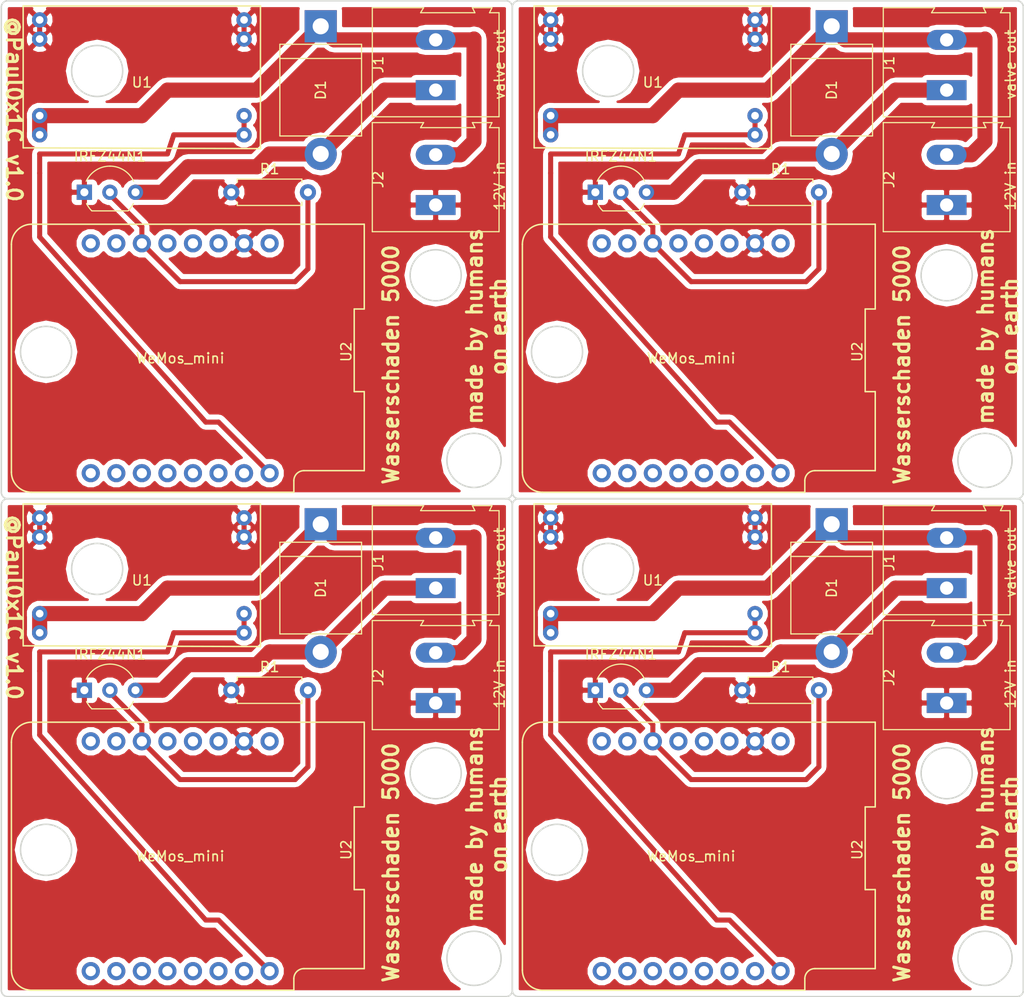
<source format=kicad_pcb>
(kicad_pcb (version 4) (host pcbnew 4.0.7)
  (layers (0 F.Cu signal) (31 B.Cu signal) (34 B.Paste user) (35 F.Paste user) (36 B.SilkS user) (37 F.SilkS user) (38 B.Mask user) (39 F.Mask user) (44 Edge.Cuts user))
  (net 0 "")
  (net 1 +12V)
  (net 2 "Net-(D1-Pad2)")
  (net 3 GND)
  (net 4 "Net-(IRFZ44N1-Pad2)")
  (net 5 "Net-(U1-Pad4)")
  (net 6 "Net-(U2-Pad1)")
  (net 7 "Net-(U2-Pad15)")
  (net 8 "Net-(U2-Pad14)")
  (net 9 "Net-(U2-Pad3)")
  (net 10 "Net-(U2-Pad13)")
  (net 11 "Net-(U2-Pad4)")
  (net 12 "Net-(U2-Pad12)")
  (net 13 "Net-(U2-Pad5)")
  (net 14 "Net-(U2-Pad11)")
  (net 15 "Net-(U2-Pad10)")
  (net 16 "Net-(U2-Pad7)")
  (net 17 "Net-(U2-Pad9)")
  (net 18 "Net-(U2-Pad8)")
  (module TO_SOT_Packages_THT:TO-92_Inline_Wide (layer F.Cu) (at 133.985 127)
    (fp_text reference IRFZ44N1 (at 2.54 -3.56 180) (layer F.SilkS))
    (fp_text value " ")
    (pad 2 thru_hole circle (at 2.54 0 90) (size 1.52 1.52) (drill 0.8) (layers *.Cu *.Mask) (net 4 "Net-(IRFZ44N1-Pad2)"))
    (pad 3 thru_hole circle (at 5.08 0 90) (size 1.52 1.52) (drill 0.8) (layers *.Cu *.Mask) (net 2 "Net-(D1-Pad2)"))
    (pad 1 thru_hole rect (at 0 0 90) (size 1.52 1.52) (drill 0.8) (layers *.Cu *.Mask) (net 3 GND))
  )
  (module test_wemos:wemos-d1-mini-with-pin-header (layer F.Cu) (at 143.51 143.51 180)
    (fp_text reference U2 (at -16.51 0.635 270) (layer F.SilkS))
    (fp_text value WeMos_mini (at 0 0 180) (layer F.SilkS))
    (pad 16 thru_hole circle (at -8.89 -11.43 180) (size 1.8 1.8) (drill 1.016) (layers *.Cu *.Mask) (net 5 "Net-(U1-Pad4)"))
    (pad 1 thru_hole circle (at -8.89 11.43 180) (size 1.8 1.8) (drill 1.016) (layers *.Cu *.Mask) (net 6 "Net-(U2-Pad1)"))
    (pad 15 thru_hole circle (at -6.35 -11.43 180) (size 1.8 1.8) (drill 1.016) (layers *.Cu *.Mask) (net 7 "Net-(U2-Pad15)"))
    (pad 2 thru_hole circle (at -6.35 11.43 180) (size 1.8 1.8) (drill 1.016) (layers *.Cu *.Mask) (net 3 GND))
    (pad 14 thru_hole circle (at -3.81 -11.43 180) (size 1.8 1.8) (drill 1.016) (layers *.Cu *.Mask) (net 8 "Net-(U2-Pad14)"))
    (pad 3 thru_hole circle (at -3.81 11.43 180) (size 1.8 1.8) (drill 1.016) (layers *.Cu *.Mask) (net 9 "Net-(U2-Pad3)"))
    (pad 13 thru_hole circle (at -1.27 -11.43 180) (size 1.8 1.8) (drill 1.016) (layers *.Cu *.Mask) (net 10 "Net-(U2-Pad13)"))
    (pad 4 thru_hole circle (at -1.27 11.43 180) (size 1.8 1.8) (drill 1.016) (layers *.Cu *.Mask) (net 11 "Net-(U2-Pad4)"))
    (pad 12 thru_hole circle (at 1.27 -11.43 180) (size 1.8 1.8) (drill 1.016) (layers *.Cu *.Mask) (net 12 "Net-(U2-Pad12)"))
    (pad 5 thru_hole circle (at 1.27 11.43 180) (size 1.8 1.8) (drill 1.016) (layers *.Cu *.Mask) (net 13 "Net-(U2-Pad5)"))
    (pad 11 thru_hole circle (at 3.81 -11.43 180) (size 1.8 1.8) (drill 1.016) (layers *.Cu *.Mask) (net 14 "Net-(U2-Pad11)"))
    (pad 6 thru_hole circle (at 3.81 11.43 180) (size 1.8 1.8) (drill 1.016) (layers *.Cu *.Mask) (net 4 "Net-(IRFZ44N1-Pad2)"))
    (pad 10 thru_hole circle (at 6.35 -11.43 180) (size 1.8 1.8) (drill 1.016) (layers *.Cu *.Mask) (net 15 "Net-(U2-Pad10)"))
    (pad 7 thru_hole circle (at 6.35 11.43 180) (size 1.8 1.8) (drill 1.016) (layers *.Cu *.Mask) (net 16 "Net-(U2-Pad7)"))
    (pad 9 thru_hole circle (at 8.89 -11.43 180) (size 1.8 1.8) (drill 1.016) (layers *.Cu *.Mask) (net 17 "Net-(U2-Pad9)"))
    (pad 8 thru_hole circle (at 8.89 11.43 180) (size 1.8 1.8) (drill 1.016) (layers *.Cu *.Mask) (net 18 "Net-(U2-Pad8)"))
  )
  (module stepdown:stepdown (layer F.Cu) (at 139.7 115.57)
    (fp_text reference U1 (at 0 0.5) (layer F.SilkS))
    (fp_text value stepdown)
    (pad 1 thru_hole circle (at -10.16 -5.715) (size 1.524 1.524) (drill 0.762) (layers *.Cu *.Mask) (net 3 GND))
    (pad 1 thru_hole circle (at -10.16 -3.81) (size 1.524 1.524) (drill 0.762) (layers *.Cu *.Mask) (net 3 GND))
    (pad 3 thru_hole circle (at -10.16 5.715) (size 1.524 1.524) (drill 0.762) (layers *.Cu *.Mask) (net 1 +12V))
    (pad 3 thru_hole circle (at -10.16 3.81) (size 1.524 1.524) (drill 0.762) (layers *.Cu *.Mask) (net 1 +12V))
    (pad 2 thru_hole circle (at 10.16 -5.715) (size 1.524 1.524) (drill 0.762) (layers *.Cu *.Mask) (net 3 GND))
    (pad 2 thru_hole circle (at 10.16 -3.81) (size 1.524 1.524) (drill 0.762) (layers *.Cu *.Mask) (net 3 GND))
    (pad 4 thru_hole circle (at 10.16 5.715) (size 1.524 1.524) (drill 0.762) (layers *.Cu *.Mask) (net 5 "Net-(U1-Pad4)"))
    (pad 4 thru_hole circle (at 10.16 3.81) (size 1.524 1.524) (drill 0.762) (layers *.Cu *.Mask) (net 5 "Net-(U1-Pad4)"))
  )
  (module Resistors_THT:R_Axial_DIN0207_L6.3mm_D2.5mm_P7.62mm_Horizontal (layer F.Cu) (at 148.59 127)
    (fp_text reference R1 (at 3.81 -2.31) (layer F.SilkS))
    (fp_text value 600K)
    (pad 1 thru_hole circle (at 0 0) (size 1.6 1.6) (drill 0.8) (layers *.Cu *.Mask) (net 3 GND))
    (pad 2 thru_hole oval (at 7.62 0) (size 1.6 1.6) (drill 0.8) (layers *.Cu *.Mask) (net 4 "Net-(IRFZ44N1-Pad2)"))
  )
  (module Connectors_Terminal_Blocks:TerminalBlock_Altech_AK300-2_P5.00mm (layer F.Cu) (at 168.91 116.84 90)
    (fp_text reference J1 (at 2.54 -5.715 90) (layer F.SilkS))
    (fp_text value "valve out" (at 2.54 6.35 90) (layer F.SilkS))
    (pad 1 thru_hole rect (at 0 0 90) (size 1.98 3.96) (drill 1.32) (layers *.Cu *.Mask) (net 2 "Net-(D1-Pad2)"))
    (pad 2 thru_hole oval (at 5 0 90) (size 1.98 3.96) (drill 1.32) (layers *.Cu *.Mask) (net 1 +12V))
  )
  (module Diodes_THT:D_5KPW_P12.70mm_Horizontal (layer F.Cu) (at 157.48 110.49 270)
    (fp_text reference D1 (at 6.35 0 270) (layer F.SilkS))
    (fp_text value " ")
    (pad 1 thru_hole rect (at 0 0 270) (size 3.2 3.2) (drill 1.6) (layers *.Cu *.Mask) (net 1 +12V))
    (pad 2 thru_hole oval (at 12.7 0 270) (size 3.2 3.2) (drill 1.6) (layers *.Cu *.Mask) (net 2 "Net-(D1-Pad2)"))
  )
  (module Connectors_Terminal_Blocks:TerminalBlock_Altech_AK300-2_P5.00mm (layer F.Cu) (at 168.91 128.27 90)
    (fp_text reference J2 (at 2.54 -5.715 90) (layer F.SilkS))
    (fp_text value "12V in" (at 1.905 6.35 90) (layer F.SilkS))
    (pad 1 thru_hole rect (at 0 0 90) (size 1.98 3.96) (drill 1.32) (layers *.Cu *.Mask) (net 3 GND))
    (pad 2 thru_hole oval (at 5 0 90) (size 1.98 3.96) (drill 1.32) (layers *.Cu *.Mask) (net 1 +12V))
  )
  (module Connectors_Terminal_Blocks:TerminalBlock_Altech_AK300-2_P5.00mm (layer F.Cu) (at 219.71 128.27 90)
    (fp_text reference J2 (at 2.54 -5.715 90) (layer F.SilkS))
    (fp_text value "12V in" (at 1.905 6.35 90) (layer F.SilkS))
    (pad 1 thru_hole rect (at 0 0 90) (size 1.98 3.96) (drill 1.32) (layers *.Cu *.Mask) (net 3 GND))
    (pad 2 thru_hole oval (at 5 0 90) (size 1.98 3.96) (drill 1.32) (layers *.Cu *.Mask) (net 1 +12V))
  )
  (module Diodes_THT:D_5KPW_P12.70mm_Horizontal (layer F.Cu) (at 208.28 110.49 270)
    (fp_text reference D1 (at 6.35 0 270) (layer F.SilkS))
    (fp_text value " ")
    (pad 1 thru_hole rect (at 0 0 270) (size 3.2 3.2) (drill 1.6) (layers *.Cu *.Mask) (net 1 +12V))
    (pad 2 thru_hole oval (at 12.7 0 270) (size 3.2 3.2) (drill 1.6) (layers *.Cu *.Mask) (net 2 "Net-(D1-Pad2)"))
  )
  (module Connectors_Terminal_Blocks:TerminalBlock_Altech_AK300-2_P5.00mm (layer F.Cu) (at 219.71 116.84 90)
    (fp_text reference J1 (at 2.54 -5.715 90) (layer F.SilkS))
    (fp_text value "valve out" (at 2.54 6.35 90) (layer F.SilkS))
    (pad 1 thru_hole rect (at 0 0 90) (size 1.98 3.96) (drill 1.32) (layers *.Cu *.Mask) (net 2 "Net-(D1-Pad2)"))
    (pad 2 thru_hole oval (at 5 0 90) (size 1.98 3.96) (drill 1.32) (layers *.Cu *.Mask) (net 1 +12V))
  )
  (module Resistors_THT:R_Axial_DIN0207_L6.3mm_D2.5mm_P7.62mm_Horizontal (layer F.Cu) (at 199.39 127)
    (fp_text reference R1 (at 3.81 -2.31) (layer F.SilkS))
    (fp_text value 600K)
    (pad 1 thru_hole circle (at 0 0) (size 1.6 1.6) (drill 0.8) (layers *.Cu *.Mask) (net 3 GND))
    (pad 2 thru_hole oval (at 7.62 0) (size 1.6 1.6) (drill 0.8) (layers *.Cu *.Mask) (net 4 "Net-(IRFZ44N1-Pad2)"))
  )
  (module stepdown:stepdown (layer F.Cu) (at 190.5 115.57)
    (fp_text reference U1 (at 0 0.5) (layer F.SilkS))
    (fp_text value stepdown)
    (pad 1 thru_hole circle (at -10.16 -5.715) (size 1.524 1.524) (drill 0.762) (layers *.Cu *.Mask) (net 3 GND))
    (pad 1 thru_hole circle (at -10.16 -3.81) (size 1.524 1.524) (drill 0.762) (layers *.Cu *.Mask) (net 3 GND))
    (pad 3 thru_hole circle (at -10.16 5.715) (size 1.524 1.524) (drill 0.762) (layers *.Cu *.Mask) (net 1 +12V))
    (pad 3 thru_hole circle (at -10.16 3.81) (size 1.524 1.524) (drill 0.762) (layers *.Cu *.Mask) (net 1 +12V))
    (pad 2 thru_hole circle (at 10.16 -5.715) (size 1.524 1.524) (drill 0.762) (layers *.Cu *.Mask) (net 3 GND))
    (pad 2 thru_hole circle (at 10.16 -3.81) (size 1.524 1.524) (drill 0.762) (layers *.Cu *.Mask) (net 3 GND))
    (pad 4 thru_hole circle (at 10.16 5.715) (size 1.524 1.524) (drill 0.762) (layers *.Cu *.Mask) (net 5 "Net-(U1-Pad4)"))
    (pad 4 thru_hole circle (at 10.16 3.81) (size 1.524 1.524) (drill 0.762) (layers *.Cu *.Mask) (net 5 "Net-(U1-Pad4)"))
  )
  (module test_wemos:wemos-d1-mini-with-pin-header (layer F.Cu) (at 194.31 143.51 180)
    (fp_text reference U2 (at -16.51 0.635 270) (layer F.SilkS))
    (fp_text value WeMos_mini (at 0 0 180) (layer F.SilkS))
    (pad 16 thru_hole circle (at -8.89 -11.43 180) (size 1.8 1.8) (drill 1.016) (layers *.Cu *.Mask) (net 5 "Net-(U1-Pad4)"))
    (pad 1 thru_hole circle (at -8.89 11.43 180) (size 1.8 1.8) (drill 1.016) (layers *.Cu *.Mask) (net 6 "Net-(U2-Pad1)"))
    (pad 15 thru_hole circle (at -6.35 -11.43 180) (size 1.8 1.8) (drill 1.016) (layers *.Cu *.Mask) (net 7 "Net-(U2-Pad15)"))
    (pad 2 thru_hole circle (at -6.35 11.43 180) (size 1.8 1.8) (drill 1.016) (layers *.Cu *.Mask) (net 3 GND))
    (pad 14 thru_hole circle (at -3.81 -11.43 180) (size 1.8 1.8) (drill 1.016) (layers *.Cu *.Mask) (net 8 "Net-(U2-Pad14)"))
    (pad 3 thru_hole circle (at -3.81 11.43 180) (size 1.8 1.8) (drill 1.016) (layers *.Cu *.Mask) (net 9 "Net-(U2-Pad3)"))
    (pad 13 thru_hole circle (at -1.27 -11.43 180) (size 1.8 1.8) (drill 1.016) (layers *.Cu *.Mask) (net 10 "Net-(U2-Pad13)"))
    (pad 4 thru_hole circle (at -1.27 11.43 180) (size 1.8 1.8) (drill 1.016) (layers *.Cu *.Mask) (net 11 "Net-(U2-Pad4)"))
    (pad 12 thru_hole circle (at 1.27 -11.43 180) (size 1.8 1.8) (drill 1.016) (layers *.Cu *.Mask) (net 12 "Net-(U2-Pad12)"))
    (pad 5 thru_hole circle (at 1.27 11.43 180) (size 1.8 1.8) (drill 1.016) (layers *.Cu *.Mask) (net 13 "Net-(U2-Pad5)"))
    (pad 11 thru_hole circle (at 3.81 -11.43 180) (size 1.8 1.8) (drill 1.016) (layers *.Cu *.Mask) (net 14 "Net-(U2-Pad11)"))
    (pad 6 thru_hole circle (at 3.81 11.43 180) (size 1.8 1.8) (drill 1.016) (layers *.Cu *.Mask) (net 4 "Net-(IRFZ44N1-Pad2)"))
    (pad 10 thru_hole circle (at 6.35 -11.43 180) (size 1.8 1.8) (drill 1.016) (layers *.Cu *.Mask) (net 15 "Net-(U2-Pad10)"))
    (pad 7 thru_hole circle (at 6.35 11.43 180) (size 1.8 1.8) (drill 1.016) (layers *.Cu *.Mask) (net 16 "Net-(U2-Pad7)"))
    (pad 9 thru_hole circle (at 8.89 -11.43 180) (size 1.8 1.8) (drill 1.016) (layers *.Cu *.Mask) (net 17 "Net-(U2-Pad9)"))
    (pad 8 thru_hole circle (at 8.89 11.43 180) (size 1.8 1.8) (drill 1.016) (layers *.Cu *.Mask) (net 18 "Net-(U2-Pad8)"))
  )
  (module TO_SOT_Packages_THT:TO-92_Inline_Wide (layer F.Cu) (at 184.785 127)
    (fp_text reference IRFZ44N1 (at 2.54 -3.56 180) (layer F.SilkS))
    (fp_text value " ")
    (pad 2 thru_hole circle (at 2.54 0 90) (size 1.52 1.52) (drill 0.8) (layers *.Cu *.Mask) (net 4 "Net-(IRFZ44N1-Pad2)"))
    (pad 3 thru_hole circle (at 5.08 0 90) (size 1.52 1.52) (drill 0.8) (layers *.Cu *.Mask) (net 2 "Net-(D1-Pad2)"))
    (pad 1 thru_hole rect (at 0 0 90) (size 1.52 1.52) (drill 0.8) (layers *.Cu *.Mask) (net 3 GND))
  )
  (module TO_SOT_Packages_THT:TO-92_Inline_Wide (layer F.Cu) (at 184.785 77.47)
    (fp_text reference IRFZ44N1 (at 2.54 -3.56 180) (layer F.SilkS))
    (fp_text value " ")
    (pad 2 thru_hole circle (at 2.54 0 90) (size 1.52 1.52) (drill 0.8) (layers *.Cu *.Mask) (net 4 "Net-(IRFZ44N1-Pad2)"))
    (pad 3 thru_hole circle (at 5.08 0 90) (size 1.52 1.52) (drill 0.8) (layers *.Cu *.Mask) (net 2 "Net-(D1-Pad2)"))
    (pad 1 thru_hole rect (at 0 0 90) (size 1.52 1.52) (drill 0.8) (layers *.Cu *.Mask) (net 3 GND))
  )
  (module test_wemos:wemos-d1-mini-with-pin-header (layer F.Cu) (at 194.31 93.98 180)
    (fp_text reference U2 (at -16.51 0.635 270) (layer F.SilkS))
    (fp_text value WeMos_mini (at 0 0 180) (layer F.SilkS))
    (pad 16 thru_hole circle (at -8.89 -11.43 180) (size 1.8 1.8) (drill 1.016) (layers *.Cu *.Mask) (net 5 "Net-(U1-Pad4)"))
    (pad 1 thru_hole circle (at -8.89 11.43 180) (size 1.8 1.8) (drill 1.016) (layers *.Cu *.Mask) (net 6 "Net-(U2-Pad1)"))
    (pad 15 thru_hole circle (at -6.35 -11.43 180) (size 1.8 1.8) (drill 1.016) (layers *.Cu *.Mask) (net 7 "Net-(U2-Pad15)"))
    (pad 2 thru_hole circle (at -6.35 11.43 180) (size 1.8 1.8) (drill 1.016) (layers *.Cu *.Mask) (net 3 GND))
    (pad 14 thru_hole circle (at -3.81 -11.43 180) (size 1.8 1.8) (drill 1.016) (layers *.Cu *.Mask) (net 8 "Net-(U2-Pad14)"))
    (pad 3 thru_hole circle (at -3.81 11.43 180) (size 1.8 1.8) (drill 1.016) (layers *.Cu *.Mask) (net 9 "Net-(U2-Pad3)"))
    (pad 13 thru_hole circle (at -1.27 -11.43 180) (size 1.8 1.8) (drill 1.016) (layers *.Cu *.Mask) (net 10 "Net-(U2-Pad13)"))
    (pad 4 thru_hole circle (at -1.27 11.43 180) (size 1.8 1.8) (drill 1.016) (layers *.Cu *.Mask) (net 11 "Net-(U2-Pad4)"))
    (pad 12 thru_hole circle (at 1.27 -11.43 180) (size 1.8 1.8) (drill 1.016) (layers *.Cu *.Mask) (net 12 "Net-(U2-Pad12)"))
    (pad 5 thru_hole circle (at 1.27 11.43 180) (size 1.8 1.8) (drill 1.016) (layers *.Cu *.Mask) (net 13 "Net-(U2-Pad5)"))
    (pad 11 thru_hole circle (at 3.81 -11.43 180) (size 1.8 1.8) (drill 1.016) (layers *.Cu *.Mask) (net 14 "Net-(U2-Pad11)"))
    (pad 6 thru_hole circle (at 3.81 11.43 180) (size 1.8 1.8) (drill 1.016) (layers *.Cu *.Mask) (net 4 "Net-(IRFZ44N1-Pad2)"))
    (pad 10 thru_hole circle (at 6.35 -11.43 180) (size 1.8 1.8) (drill 1.016) (layers *.Cu *.Mask) (net 15 "Net-(U2-Pad10)"))
    (pad 7 thru_hole circle (at 6.35 11.43 180) (size 1.8 1.8) (drill 1.016) (layers *.Cu *.Mask) (net 16 "Net-(U2-Pad7)"))
    (pad 9 thru_hole circle (at 8.89 -11.43 180) (size 1.8 1.8) (drill 1.016) (layers *.Cu *.Mask) (net 17 "Net-(U2-Pad9)"))
    (pad 8 thru_hole circle (at 8.89 11.43 180) (size 1.8 1.8) (drill 1.016) (layers *.Cu *.Mask) (net 18 "Net-(U2-Pad8)"))
  )
  (module stepdown:stepdown (layer F.Cu) (at 190.5 66.04)
    (fp_text reference U1 (at 0 0.5) (layer F.SilkS))
    (fp_text value stepdown)
    (pad 1 thru_hole circle (at -10.16 -5.715) (size 1.524 1.524) (drill 0.762) (layers *.Cu *.Mask) (net 3 GND))
    (pad 1 thru_hole circle (at -10.16 -3.81) (size 1.524 1.524) (drill 0.762) (layers *.Cu *.Mask) (net 3 GND))
    (pad 3 thru_hole circle (at -10.16 5.715) (size 1.524 1.524) (drill 0.762) (layers *.Cu *.Mask) (net 1 +12V))
    (pad 3 thru_hole circle (at -10.16 3.81) (size 1.524 1.524) (drill 0.762) (layers *.Cu *.Mask) (net 1 +12V))
    (pad 2 thru_hole circle (at 10.16 -5.715) (size 1.524 1.524) (drill 0.762) (layers *.Cu *.Mask) (net 3 GND))
    (pad 2 thru_hole circle (at 10.16 -3.81) (size 1.524 1.524) (drill 0.762) (layers *.Cu *.Mask) (net 3 GND))
    (pad 4 thru_hole circle (at 10.16 5.715) (size 1.524 1.524) (drill 0.762) (layers *.Cu *.Mask) (net 5 "Net-(U1-Pad4)"))
    (pad 4 thru_hole circle (at 10.16 3.81) (size 1.524 1.524) (drill 0.762) (layers *.Cu *.Mask) (net 5 "Net-(U1-Pad4)"))
  )
  (module Resistors_THT:R_Axial_DIN0207_L6.3mm_D2.5mm_P7.62mm_Horizontal (layer F.Cu) (at 199.39 77.47)
    (fp_text reference R1 (at 3.81 -2.31) (layer F.SilkS))
    (fp_text value 600K)
    (pad 1 thru_hole circle (at 0 0) (size 1.6 1.6) (drill 0.8) (layers *.Cu *.Mask) (net 3 GND))
    (pad 2 thru_hole oval (at 7.62 0) (size 1.6 1.6) (drill 0.8) (layers *.Cu *.Mask) (net 4 "Net-(IRFZ44N1-Pad2)"))
  )
  (module Connectors_Terminal_Blocks:TerminalBlock_Altech_AK300-2_P5.00mm (layer F.Cu) (at 219.71 67.31 90)
    (fp_text reference J1 (at 2.54 -5.715 90) (layer F.SilkS))
    (fp_text value "valve out" (at 2.54 6.35 90) (layer F.SilkS))
    (pad 1 thru_hole rect (at 0 0 90) (size 1.98 3.96) (drill 1.32) (layers *.Cu *.Mask) (net 2 "Net-(D1-Pad2)"))
    (pad 2 thru_hole oval (at 5 0 90) (size 1.98 3.96) (drill 1.32) (layers *.Cu *.Mask) (net 1 +12V))
  )
  (module Diodes_THT:D_5KPW_P12.70mm_Horizontal (layer F.Cu) (at 208.28 60.96 270)
    (fp_text reference D1 (at 6.35 0 270) (layer F.SilkS))
    (fp_text value " ")
    (pad 1 thru_hole rect (at 0 0 270) (size 3.2 3.2) (drill 1.6) (layers *.Cu *.Mask) (net 1 +12V))
    (pad 2 thru_hole oval (at 12.7 0 270) (size 3.2 3.2) (drill 1.6) (layers *.Cu *.Mask) (net 2 "Net-(D1-Pad2)"))
  )
  (module Connectors_Terminal_Blocks:TerminalBlock_Altech_AK300-2_P5.00mm (layer F.Cu) (at 219.71 78.74 90)
    (fp_text reference J2 (at 2.54 -5.715 90) (layer F.SilkS))
    (fp_text value "12V in" (at 1.905 6.35 90) (layer F.SilkS))
    (pad 1 thru_hole rect (at 0 0 90) (size 1.98 3.96) (drill 1.32) (layers *.Cu *.Mask) (net 3 GND))
    (pad 2 thru_hole oval (at 5 0 90) (size 1.98 3.96) (drill 1.32) (layers *.Cu *.Mask) (net 1 +12V))
  )
  (module Connectors_Terminal_Blocks:TerminalBlock_Altech_AK300-2_P5.00mm (layer F.Cu) (at 168.91 78.74 90)
    (fp_text reference J2 (at 2.54 -5.715 90) (layer F.SilkS))
    (fp_text value "12V in" (at 1.905 6.35 90) (layer F.SilkS))
    (pad 1 thru_hole rect (at 0 0 90) (size 1.98 3.96) (drill 1.32) (layers *.Cu *.Mask) (net 3 GND))
    (pad 2 thru_hole oval (at 5 0 90) (size 1.98 3.96) (drill 1.32) (layers *.Cu *.Mask) (net 1 +12V))
  )
  (module Diodes_THT:D_5KPW_P12.70mm_Horizontal (layer F.Cu) (at 157.48 60.96 270)
    (fp_text reference D1 (at 6.35 0 270) (layer F.SilkS))
    (fp_text value " ")
    (pad 1 thru_hole rect (at 0 0 270) (size 3.2 3.2) (drill 1.6) (layers *.Cu *.Mask) (net 1 +12V))
    (pad 2 thru_hole oval (at 12.7 0 270) (size 3.2 3.2) (drill 1.6) (layers *.Cu *.Mask) (net 2 "Net-(D1-Pad2)"))
  )
  (module Connectors_Terminal_Blocks:TerminalBlock_Altech_AK300-2_P5.00mm (layer F.Cu) (at 168.91 67.31 90)
    (fp_text reference J1 (at 2.54 -5.715 90) (layer F.SilkS))
    (fp_text value "valve out" (at 2.54 6.35 90) (layer F.SilkS))
    (pad 1 thru_hole rect (at 0 0 90) (size 1.98 3.96) (drill 1.32) (layers *.Cu *.Mask) (net 2 "Net-(D1-Pad2)"))
    (pad 2 thru_hole oval (at 5 0 90) (size 1.98 3.96) (drill 1.32) (layers *.Cu *.Mask) (net 1 +12V))
  )
  (module Resistors_THT:R_Axial_DIN0207_L6.3mm_D2.5mm_P7.62mm_Horizontal (layer F.Cu) (at 148.59 77.47)
    (fp_text reference R1 (at 3.81 -2.31) (layer F.SilkS))
    (fp_text value 600K)
    (pad 1 thru_hole circle (at 0 0) (size 1.6 1.6) (drill 0.8) (layers *.Cu *.Mask) (net 3 GND))
    (pad 2 thru_hole oval (at 7.62 0) (size 1.6 1.6) (drill 0.8) (layers *.Cu *.Mask) (net 4 "Net-(IRFZ44N1-Pad2)"))
  )
  (module stepdown:stepdown (layer F.Cu) (at 139.7 66.04)
    (fp_text reference U1 (at 0 0.5) (layer F.SilkS))
    (fp_text value stepdown)
    (pad 1 thru_hole circle (at -10.16 -5.715) (size 1.524 1.524) (drill 0.762) (layers *.Cu *.Mask) (net 3 GND))
    (pad 1 thru_hole circle (at -10.16 -3.81) (size 1.524 1.524) (drill 0.762) (layers *.Cu *.Mask) (net 3 GND))
    (pad 3 thru_hole circle (at -10.16 5.715) (size 1.524 1.524) (drill 0.762) (layers *.Cu *.Mask) (net 1 +12V))
    (pad 3 thru_hole circle (at -10.16 3.81) (size 1.524 1.524) (drill 0.762) (layers *.Cu *.Mask) (net 1 +12V))
    (pad 2 thru_hole circle (at 10.16 -5.715) (size 1.524 1.524) (drill 0.762) (layers *.Cu *.Mask) (net 3 GND))
    (pad 2 thru_hole circle (at 10.16 -3.81) (size 1.524 1.524) (drill 0.762) (layers *.Cu *.Mask) (net 3 GND))
    (pad 4 thru_hole circle (at 10.16 5.715) (size 1.524 1.524) (drill 0.762) (layers *.Cu *.Mask) (net 5 "Net-(U1-Pad4)"))
    (pad 4 thru_hole circle (at 10.16 3.81) (size 1.524 1.524) (drill 0.762) (layers *.Cu *.Mask) (net 5 "Net-(U1-Pad4)"))
  )
  (module test_wemos:wemos-d1-mini-with-pin-header (layer F.Cu) (at 143.51 93.98 180)
    (fp_text reference U2 (at -16.51 0.635 270) (layer F.SilkS))
    (fp_text value WeMos_mini (at 0 0 180) (layer F.SilkS))
    (pad 16 thru_hole circle (at -8.89 -11.43 180) (size 1.8 1.8) (drill 1.016) (layers *.Cu *.Mask) (net 5 "Net-(U1-Pad4)"))
    (pad 1 thru_hole circle (at -8.89 11.43 180) (size 1.8 1.8) (drill 1.016) (layers *.Cu *.Mask) (net 6 "Net-(U2-Pad1)"))
    (pad 15 thru_hole circle (at -6.35 -11.43 180) (size 1.8 1.8) (drill 1.016) (layers *.Cu *.Mask) (net 7 "Net-(U2-Pad15)"))
    (pad 2 thru_hole circle (at -6.35 11.43 180) (size 1.8 1.8) (drill 1.016) (layers *.Cu *.Mask) (net 3 GND))
    (pad 14 thru_hole circle (at -3.81 -11.43 180) (size 1.8 1.8) (drill 1.016) (layers *.Cu *.Mask) (net 8 "Net-(U2-Pad14)"))
    (pad 3 thru_hole circle (at -3.81 11.43 180) (size 1.8 1.8) (drill 1.016) (layers *.Cu *.Mask) (net 9 "Net-(U2-Pad3)"))
    (pad 13 thru_hole circle (at -1.27 -11.43 180) (size 1.8 1.8) (drill 1.016) (layers *.Cu *.Mask) (net 10 "Net-(U2-Pad13)"))
    (pad 4 thru_hole circle (at -1.27 11.43 180) (size 1.8 1.8) (drill 1.016) (layers *.Cu *.Mask) (net 11 "Net-(U2-Pad4)"))
    (pad 12 thru_hole circle (at 1.27 -11.43 180) (size 1.8 1.8) (drill 1.016) (layers *.Cu *.Mask) (net 12 "Net-(U2-Pad12)"))
    (pad 5 thru_hole circle (at 1.27 11.43 180) (size 1.8 1.8) (drill 1.016) (layers *.Cu *.Mask) (net 13 "Net-(U2-Pad5)"))
    (pad 11 thru_hole circle (at 3.81 -11.43 180) (size 1.8 1.8) (drill 1.016) (layers *.Cu *.Mask) (net 14 "Net-(U2-Pad11)"))
    (pad 6 thru_hole circle (at 3.81 11.43 180) (size 1.8 1.8) (drill 1.016) (layers *.Cu *.Mask) (net 4 "Net-(IRFZ44N1-Pad2)"))
    (pad 10 thru_hole circle (at 6.35 -11.43 180) (size 1.8 1.8) (drill 1.016) (layers *.Cu *.Mask) (net 15 "Net-(U2-Pad10)"))
    (pad 7 thru_hole circle (at 6.35 11.43 180) (size 1.8 1.8) (drill 1.016) (layers *.Cu *.Mask) (net 16 "Net-(U2-Pad7)"))
    (pad 9 thru_hole circle (at 8.89 -11.43 180) (size 1.8 1.8) (drill 1.016) (layers *.Cu *.Mask) (net 17 "Net-(U2-Pad9)"))
    (pad 8 thru_hole circle (at 8.89 11.43 180) (size 1.8 1.8) (drill 1.016) (layers *.Cu *.Mask) (net 18 "Net-(U2-Pad8)"))
  )
  (module TO_SOT_Packages_THT:TO-92_Inline_Wide (layer F.Cu) (at 133.985 77.47)
    (fp_text reference IRFZ44N1 (at 2.54 -3.56 180) (layer F.SilkS))
    (fp_text value " ")
    (pad 2 thru_hole circle (at 2.54 0 90) (size 1.52 1.52) (drill 0.8) (layers *.Cu *.Mask) (net 4 "Net-(IRFZ44N1-Pad2)"))
    (pad 3 thru_hole circle (at 5.08 0 90) (size 1.52 1.52) (drill 0.8) (layers *.Cu *.Mask) (net 2 "Net-(D1-Pad2)"))
    (pad 1 thru_hole rect (at 0 0 90) (size 1.52 1.52) (drill 0.8) (layers *.Cu *.Mask) (net 3 GND))
  )
  (gr_line (start 125.73 108.585) (end 125.73 156.845) (angle 90) (layer Edge.Cuts) (width 0.15))
  (gr_line (start 126.365 157.48) (end 175.895 157.48) (angle 90) (layer Edge.Cuts) (width 0.15))
  (gr_line (start 176.53 108.585) (end 176.53 156.845) (angle 90) (layer Edge.Cuts) (width 0.15))
  (gr_line (start 175.895 107.95) (end 126.365 107.95) (angle 90) (layer Edge.Cuts) (width 0.15))
  (gr_arc (start 126.365 156.845) (end 126.365 157.48) (angle 90) (layer Edge.Cuts) (width 0.15))
  (gr_arc (start 175.895 156.845) (end 176.53 156.845) (angle 90) (layer Edge.Cuts) (width 0.15))
  (gr_arc (start 175.895 108.585) (end 175.895 107.95) (angle 90) (layer Edge.Cuts) (width 0.15))
  (gr_arc (start 126.365 108.585) (end 125.73 108.585) (angle 90) (layer Edge.Cuts) (width 0.15))
  (gr_circle (center 135.255 114.935) (end 135.255 112.395) (layer Edge.Cuts) (width 0.15))
  (gr_circle (center 130.175 142.875) (end 127.635 142.875) (layer Edge.Cuts) (width 0.15))
  (gr_circle (center 168.91 135.255) (end 171.45 135.255) (layer Edge.Cuts) (width 0.15))
  (gr_circle (center 172.72 153.67) (end 174.625 155.575) (layer Edge.Cuts) (width 0.15))
  (gr_text "Wasserschaden 5000" (at 164.465 144.145 90) (layer F.SilkS) (effects (font (size 1.5 1.5) (thickness 0.3))))
  (gr_text "made by humans\non earth" (at 173.99 140.335 90) (layer F.SilkS) (effects (font (size 1.5 1.5) (thickness 0.3))))
  (gr_text "@Paul0x1C v1.0" (at 127 118.745 270) (layer F.SilkS) (effects (font (size 1.5 1.5) (thickness 0.3))))
  (gr_text "made by humans\non earth" (at 224.79 140.335 90) (layer F.SilkS) (effects (font (size 1.5 1.5) (thickness 0.3))))
  (gr_text "Wasserschaden 5000" (at 215.265 144.145 90) (layer F.SilkS) (effects (font (size 1.5 1.5) (thickness 0.3))))
  (gr_circle (center 223.52 153.67) (end 225.425 155.575) (layer Edge.Cuts) (width 0.15))
  (gr_circle (center 219.71 135.255) (end 222.25 135.255) (layer Edge.Cuts) (width 0.15))
  (gr_circle (center 180.975 142.875) (end 178.435 142.875) (layer Edge.Cuts) (width 0.15))
  (gr_circle (center 186.055 114.935) (end 186.055 112.395) (layer Edge.Cuts) (width 0.15))
  (gr_arc (start 177.165 108.585) (end 176.53 108.585) (angle 90) (layer Edge.Cuts) (width 0.15))
  (gr_arc (start 226.695 108.585) (end 226.695 107.95) (angle 90) (layer Edge.Cuts) (width 0.15))
  (gr_arc (start 226.695 156.845) (end 227.33 156.845) (angle 90) (layer Edge.Cuts) (width 0.15))
  (gr_arc (start 177.165 156.845) (end 177.165 157.48) (angle 90) (layer Edge.Cuts) (width 0.15))
  (gr_line (start 226.695 107.95) (end 177.165 107.95) (angle 90) (layer Edge.Cuts) (width 0.15))
  (gr_line (start 227.33 108.585) (end 227.33 156.845) (angle 90) (layer Edge.Cuts) (width 0.15))
  (gr_line (start 177.165 157.48) (end 226.695 157.48) (angle 90) (layer Edge.Cuts) (width 0.15))
  (gr_line (start 176.53 108.585) (end 176.53 156.845) (angle 90) (layer Edge.Cuts) (width 0.15))
  (gr_line (start 176.53 59.055) (end 176.53 107.315) (angle 90) (layer Edge.Cuts) (width 0.15))
  (gr_line (start 177.165 107.95) (end 226.695 107.95) (angle 90) (layer Edge.Cuts) (width 0.15))
  (gr_line (start 227.33 59.055) (end 227.33 107.315) (angle 90) (layer Edge.Cuts) (width 0.15))
  (gr_line (start 226.695 58.42) (end 177.165 58.42) (angle 90) (layer Edge.Cuts) (width 0.15))
  (gr_arc (start 177.165 107.315) (end 177.165 107.95) (angle 90) (layer Edge.Cuts) (width 0.15))
  (gr_arc (start 226.695 107.315) (end 227.33 107.315) (angle 90) (layer Edge.Cuts) (width 0.15))
  (gr_arc (start 226.695 59.055) (end 226.695 58.42) (angle 90) (layer Edge.Cuts) (width 0.15))
  (gr_arc (start 177.165 59.055) (end 176.53 59.055) (angle 90) (layer Edge.Cuts) (width 0.15))
  (gr_circle (center 186.055 65.405) (end 186.055 62.865) (layer Edge.Cuts) (width 0.15))
  (gr_circle (center 180.975 93.345) (end 178.435 93.345) (layer Edge.Cuts) (width 0.15))
  (gr_circle (center 219.71 85.725) (end 222.25 85.725) (layer Edge.Cuts) (width 0.15))
  (gr_circle (center 223.52 104.14) (end 225.425 106.045) (layer Edge.Cuts) (width 0.15))
  (gr_text "Wasserschaden 5000" (at 215.265 94.615 90) (layer F.SilkS) (effects (font (size 1.5 1.5) (thickness 0.3))))
  (gr_text "made by humans\non earth" (at 224.79 90.805 90) (layer F.SilkS) (effects (font (size 1.5 1.5) (thickness 0.3))))
  (gr_text "@Paul0x1C v1.0" (at 127 69.215 270) (layer F.SilkS) (effects (font (size 1.5 1.5) (thickness 0.3))))
  (gr_text "made by humans\non earth" (at 173.99 90.805 90) (layer F.SilkS) (effects (font (size 1.5 1.5) (thickness 0.3))))
  (gr_text "Wasserschaden 5000" (at 164.465 94.615 90) (layer F.SilkS) (effects (font (size 1.5 1.5) (thickness 0.3))))
  (gr_circle (center 172.72 104.14) (end 174.625 106.045) (layer Edge.Cuts) (width 0.15))
  (gr_circle (center 168.91 85.725) (end 171.45 85.725) (layer Edge.Cuts) (width 0.15))
  (gr_circle (center 130.175 93.345) (end 127.635 93.345) (layer Edge.Cuts) (width 0.15))
  (gr_circle (center 135.255 65.405) (end 135.255 62.865) (layer Edge.Cuts) (width 0.15))
  (gr_arc (start 126.365 59.055) (end 125.73 59.055) (angle 90) (layer Edge.Cuts) (width 0.15))
  (gr_arc (start 175.895 59.055) (end 175.895 58.42) (angle 90) (layer Edge.Cuts) (width 0.15))
  (gr_arc (start 175.895 107.315) (end 176.53 107.315) (angle 90) (layer Edge.Cuts) (width 0.15))
  (gr_arc (start 126.365 107.315) (end 126.365 107.95) (angle 90) (layer Edge.Cuts) (width 0.15))
  (gr_line (start 175.895 58.42) (end 126.365 58.42) (angle 90) (layer Edge.Cuts) (width 0.15))
  (gr_line (start 176.53 59.055) (end 176.53 107.315) (angle 90) (layer Edge.Cuts) (width 0.15))
  (gr_line (start 126.365 107.95) (end 175.895 107.95) (angle 90) (layer Edge.Cuts) (width 0.15))
  (gr_line (start 125.73 59.055) (end 125.73 107.315) (angle 90) (layer Edge.Cuts) (width 0.15))
  (segment (start 158.83 111.84) (end 157.48 110.49) (width 1.5) (layer F.Cu) (net 1))
  (segment (start 168.91 111.84) (end 158.83 111.84) (width 1.5) (layer F.Cu) (net 1))
  (segment (start 171.37 123.27) (end 172.72 121.92) (width 1.5) (layer F.Cu) (net 1))
  (segment (start 172.72 121.92) (end 172.72 111.76) (width 1.5) (layer F.Cu) (net 1))
  (segment (start 172.72 111.76) (end 172.64 111.84) (width 1.5) (layer F.Cu) (net 1))
  (segment (start 172.64 111.84) (end 168.91 111.84) (width 1.5) (layer F.Cu) (net 1))
  (segment (start 168.91 123.27) (end 171.37 123.27) (width 1.5) (layer F.Cu) (net 1))
  (segment (start 139.7 119.38) (end 142.24 116.84) (width 1.5) (layer F.Cu) (net 1))
  (segment (start 142.24 116.84) (end 151.13 116.84) (width 1.5) (layer F.Cu) (net 1))
  (segment (start 151.13 116.84) (end 157.48 110.49) (width 1.5) (layer F.Cu) (net 1))
  (segment (start 129.54 119.38) (end 139.7 119.38) (width 1.5) (layer F.Cu) (net 1))
  (segment (start 129.54 119.38) (end 129.54 121.285) (width 1.5) (layer F.Cu) (net 1))
  (segment (start 180.34 119.38) (end 180.34 121.285) (width 1.5) (layer F.Cu) (net 1))
  (segment (start 180.34 119.38) (end 190.5 119.38) (width 1.5) (layer F.Cu) (net 1))
  (segment (start 201.93 116.84) (end 208.28 110.49) (width 1.5) (layer F.Cu) (net 1))
  (segment (start 193.04 116.84) (end 201.93 116.84) (width 1.5) (layer F.Cu) (net 1))
  (segment (start 190.5 119.38) (end 193.04 116.84) (width 1.5) (layer F.Cu) (net 1))
  (segment (start 219.71 123.27) (end 222.17 123.27) (width 1.5) (layer F.Cu) (net 1))
  (segment (start 223.44 111.84) (end 219.71 111.84) (width 1.5) (layer F.Cu) (net 1))
  (segment (start 223.52 111.76) (end 223.44 111.84) (width 1.5) (layer F.Cu) (net 1))
  (segment (start 223.52 121.92) (end 223.52 111.76) (width 1.5) (layer F.Cu) (net 1))
  (segment (start 222.17 123.27) (end 223.52 121.92) (width 1.5) (layer F.Cu) (net 1))
  (segment (start 219.71 111.84) (end 209.63 111.84) (width 1.5) (layer F.Cu) (net 1))
  (segment (start 209.63 111.84) (end 208.28 110.49) (width 1.5) (layer F.Cu) (net 1))
  (segment (start 209.63 62.31) (end 208.28 60.96) (width 1.5) (layer F.Cu) (net 1))
  (segment (start 219.71 62.31) (end 209.63 62.31) (width 1.5) (layer F.Cu) (net 1))
  (segment (start 222.17 73.74) (end 223.52 72.39) (width 1.5) (layer F.Cu) (net 1))
  (segment (start 223.52 72.39) (end 223.52 62.23) (width 1.5) (layer F.Cu) (net 1))
  (segment (start 223.52 62.23) (end 223.44 62.31) (width 1.5) (layer F.Cu) (net 1))
  (segment (start 223.44 62.31) (end 219.71 62.31) (width 1.5) (layer F.Cu) (net 1))
  (segment (start 219.71 73.74) (end 222.17 73.74) (width 1.5) (layer F.Cu) (net 1))
  (segment (start 190.5 69.85) (end 193.04 67.31) (width 1.5) (layer F.Cu) (net 1))
  (segment (start 193.04 67.31) (end 201.93 67.31) (width 1.5) (layer F.Cu) (net 1))
  (segment (start 201.93 67.31) (end 208.28 60.96) (width 1.5) (layer F.Cu) (net 1))
  (segment (start 180.34 69.85) (end 190.5 69.85) (width 1.5) (layer F.Cu) (net 1))
  (segment (start 180.34 69.85) (end 180.34 71.755) (width 1.5) (layer F.Cu) (net 1))
  (segment (start 129.54 69.85) (end 129.54 71.755) (width 1.5) (layer F.Cu) (net 1))
  (segment (start 129.54 69.85) (end 139.7 69.85) (width 1.5) (layer F.Cu) (net 1))
  (segment (start 151.13 67.31) (end 157.48 60.96) (width 1.5) (layer F.Cu) (net 1))
  (segment (start 142.24 67.31) (end 151.13 67.31) (width 1.5) (layer F.Cu) (net 1))
  (segment (start 139.7 69.85) (end 142.24 67.31) (width 1.5) (layer F.Cu) (net 1))
  (segment (start 168.91 73.74) (end 171.37 73.74) (width 1.5) (layer F.Cu) (net 1))
  (segment (start 172.64 62.31) (end 168.91 62.31) (width 1.5) (layer F.Cu) (net 1))
  (segment (start 172.72 62.23) (end 172.64 62.31) (width 1.5) (layer F.Cu) (net 1))
  (segment (start 172.72 72.39) (end 172.72 62.23) (width 1.5) (layer F.Cu) (net 1))
  (segment (start 171.37 73.74) (end 172.72 72.39) (width 1.5) (layer F.Cu) (net 1))
  (segment (start 168.91 62.31) (end 158.83 62.31) (width 1.5) (layer F.Cu) (net 1))
  (segment (start 158.83 62.31) (end 157.48 60.96) (width 1.5) (layer F.Cu) (net 1))
  (segment (start 163.83 116.84) (end 157.48 123.19) (width 1.5) (layer F.Cu) (net 2))
  (segment (start 168.91 116.84) (end 163.83 116.84) (width 1.5) (layer F.Cu) (net 2))
  (segment (start 152.4 123.19) (end 157.48 123.19) (width 1.5) (layer F.Cu) (net 2))
  (segment (start 144.29 124.46) (end 141.75 127) (width 1.5) (layer F.Cu) (net 2))
  (segment (start 151.13 124.46) (end 144.29 124.46) (width 1.5) (layer F.Cu) (net 2))
  (segment (start 152.4 123.19) (end 151.13 124.46) (width 1.5) (layer F.Cu) (net 2))
  (segment (start 139.065 127) (end 141.75 127) (width 1.5) (layer F.Cu) (net 2))
  (segment (start 189.865 127) (end 192.55 127) (width 1.5) (layer F.Cu) (net 2))
  (segment (start 203.2 123.19) (end 201.93 124.46) (width 1.5) (layer F.Cu) (net 2))
  (segment (start 201.93 124.46) (end 195.09 124.46) (width 1.5) (layer F.Cu) (net 2))
  (segment (start 195.09 124.46) (end 192.55 127) (width 1.5) (layer F.Cu) (net 2))
  (segment (start 203.2 123.19) (end 208.28 123.19) (width 1.5) (layer F.Cu) (net 2))
  (segment (start 219.71 116.84) (end 214.63 116.84) (width 1.5) (layer F.Cu) (net 2))
  (segment (start 214.63 116.84) (end 208.28 123.19) (width 1.5) (layer F.Cu) (net 2))
  (segment (start 214.63 67.31) (end 208.28 73.66) (width 1.5) (layer F.Cu) (net 2))
  (segment (start 219.71 67.31) (end 214.63 67.31) (width 1.5) (layer F.Cu) (net 2))
  (segment (start 203.2 73.66) (end 208.28 73.66) (width 1.5) (layer F.Cu) (net 2))
  (segment (start 195.09 74.93) (end 192.55 77.47) (width 1.5) (layer F.Cu) (net 2))
  (segment (start 201.93 74.93) (end 195.09 74.93) (width 1.5) (layer F.Cu) (net 2))
  (segment (start 203.2 73.66) (end 201.93 74.93) (width 1.5) (layer F.Cu) (net 2))
  (segment (start 189.865 77.47) (end 192.55 77.47) (width 1.5) (layer F.Cu) (net 2))
  (segment (start 139.065 77.47) (end 141.75 77.47) (width 1.5) (layer F.Cu) (net 2))
  (segment (start 152.4 73.66) (end 151.13 74.93) (width 1.5) (layer F.Cu) (net 2))
  (segment (start 151.13 74.93) (end 144.29 74.93) (width 1.5) (layer F.Cu) (net 2))
  (segment (start 144.29 74.93) (end 141.75 77.47) (width 1.5) (layer F.Cu) (net 2))
  (segment (start 152.4 73.66) (end 157.48 73.66) (width 1.5) (layer F.Cu) (net 2))
  (segment (start 168.91 67.31) (end 163.83 67.31) (width 1.5) (layer F.Cu) (net 2))
  (segment (start 163.83 67.31) (end 157.48 73.66) (width 1.5) (layer F.Cu) (net 2))
  (segment (start 129.54 111.76) (end 129.54 109.855) (width 0.5) (layer F.Cu) (net 3))
  (segment (start 149.86 109.855) (end 149.86 111.76) (width 0.5) (layer F.Cu) (net 3))
  (segment (start 200.66 109.855) (end 200.66 111.76) (width 0.5) (layer F.Cu) (net 3))
  (segment (start 180.34 111.76) (end 180.34 109.855) (width 0.5) (layer F.Cu) (net 3))
  (segment (start 180.34 62.23) (end 180.34 60.325) (width 0.5) (layer F.Cu) (net 3))
  (segment (start 200.66 60.325) (end 200.66 62.23) (width 0.5) (layer F.Cu) (net 3))
  (segment (start 149.86 60.325) (end 149.86 62.23) (width 0.5) (layer F.Cu) (net 3))
  (segment (start 129.54 62.23) (end 129.54 60.325) (width 0.5) (layer F.Cu) (net 3))
  (segment (start 139.7 130.42) (end 136.28 127) (width 0.5) (layer F.Cu) (net 4))
  (segment (start 139.7 132.08) (end 139.7 130.42) (width 0.5) (layer F.Cu) (net 4))
  (segment (start 156.21 134.62) (end 154.94 135.89) (width 0.5) (layer F.Cu) (net 4))
  (segment (start 154.94 135.89) (end 143.51 135.89) (width 0.5) (layer F.Cu) (net 4))
  (segment (start 143.51 135.89) (end 139.7 132.08) (width 0.5) (layer F.Cu) (net 4))
  (segment (start 156.21 127) (end 156.21 134.62) (width 0.5) (layer F.Cu) (net 4))
  (segment (start 207.01 127) (end 207.01 134.62) (width 0.5) (layer F.Cu) (net 4))
  (segment (start 194.31 135.89) (end 190.5 132.08) (width 0.5) (layer F.Cu) (net 4))
  (segment (start 205.74 135.89) (end 194.31 135.89) (width 0.5) (layer F.Cu) (net 4))
  (segment (start 207.01 134.62) (end 205.74 135.89) (width 0.5) (layer F.Cu) (net 4))
  (segment (start 190.5 132.08) (end 190.5 130.42) (width 0.5) (layer F.Cu) (net 4))
  (segment (start 190.5 130.42) (end 187.08 127) (width 0.5) (layer F.Cu) (net 4))
  (segment (start 190.5 80.89) (end 187.08 77.47) (width 0.5) (layer F.Cu) (net 4))
  (segment (start 190.5 82.55) (end 190.5 80.89) (width 0.5) (layer F.Cu) (net 4))
  (segment (start 207.01 85.09) (end 205.74 86.36) (width 0.5) (layer F.Cu) (net 4))
  (segment (start 205.74 86.36) (end 194.31 86.36) (width 0.5) (layer F.Cu) (net 4))
  (segment (start 194.31 86.36) (end 190.5 82.55) (width 0.5) (layer F.Cu) (net 4))
  (segment (start 207.01 77.47) (end 207.01 85.09) (width 0.5) (layer F.Cu) (net 4))
  (segment (start 156.21 77.47) (end 156.21 85.09) (width 0.5) (layer F.Cu) (net 4))
  (segment (start 143.51 86.36) (end 139.7 82.55) (width 0.5) (layer F.Cu) (net 4))
  (segment (start 154.94 86.36) (end 143.51 86.36) (width 0.5) (layer F.Cu) (net 4))
  (segment (start 156.21 85.09) (end 154.94 86.36) (width 0.5) (layer F.Cu) (net 4))
  (segment (start 139.7 82.55) (end 139.7 80.89) (width 0.5) (layer F.Cu) (net 4))
  (segment (start 139.7 80.89) (end 136.28 77.47) (width 0.5) (layer F.Cu) (net 4))
  (segment (start 149.86 119.38) (end 149.86 121.285) (width 0.5) (layer F.Cu) (net 5))
  (segment (start 142.875 121.285) (end 142.24 123.19) (width 0.5) (layer F.Cu) (net 5))
  (segment (start 142.24 123.19) (end 129.54 123.19) (width 0.5) (layer F.Cu) (net 5))
  (segment (start 129.54 123.19) (end 129.54 125.095) (width 0.5) (layer F.Cu) (net 5))
  (segment (start 129.54 125.095) (end 129.54 131.445) (width 0.5) (layer F.Cu) (net 5))
  (segment (start 129.54 131.445) (end 146.05 149.86) (width 0.5) (layer F.Cu) (net 5))
  (segment (start 146.05 149.86) (end 147.32 149.86) (width 0.5) (layer F.Cu) (net 5))
  (segment (start 147.32 149.86) (end 152.4 154.94) (width 0.5) (layer F.Cu) (net 5))
  (segment (start 149.86 121.285) (end 142.875 121.285) (width 0.5) (layer F.Cu) (net 5))
  (segment (start 200.66 121.285) (end 193.675 121.285) (width 0.5) (layer F.Cu) (net 5))
  (segment (start 198.12 149.86) (end 203.2 154.94) (width 0.5) (layer F.Cu) (net 5))
  (segment (start 196.85 149.86) (end 198.12 149.86) (width 0.5) (layer F.Cu) (net 5))
  (segment (start 180.34 131.445) (end 196.85 149.86) (width 0.5) (layer F.Cu) (net 5))
  (segment (start 180.34 125.095) (end 180.34 131.445) (width 0.5) (layer F.Cu) (net 5))
  (segment (start 180.34 123.19) (end 180.34 125.095) (width 0.5) (layer F.Cu) (net 5))
  (segment (start 193.04 123.19) (end 180.34 123.19) (width 0.5) (layer F.Cu) (net 5))
  (segment (start 193.675 121.285) (end 193.04 123.19) (width 0.5) (layer F.Cu) (net 5))
  (segment (start 200.66 119.38) (end 200.66 121.285) (width 0.5) (layer F.Cu) (net 5))
  (segment (start 200.66 69.85) (end 200.66 71.755) (width 0.5) (layer F.Cu) (net 5))
  (segment (start 193.675 71.755) (end 193.04 73.66) (width 0.5) (layer F.Cu) (net 5))
  (segment (start 193.04 73.66) (end 180.34 73.66) (width 0.5) (layer F.Cu) (net 5))
  (segment (start 180.34 73.66) (end 180.34 75.565) (width 0.5) (layer F.Cu) (net 5))
  (segment (start 180.34 75.565) (end 180.34 81.915) (width 0.5) (layer F.Cu) (net 5))
  (segment (start 180.34 81.915) (end 196.85 100.33) (width 0.5) (layer F.Cu) (net 5))
  (segment (start 196.85 100.33) (end 198.12 100.33) (width 0.5) (layer F.Cu) (net 5))
  (segment (start 198.12 100.33) (end 203.2 105.41) (width 0.5) (layer F.Cu) (net 5))
  (segment (start 200.66 71.755) (end 193.675 71.755) (width 0.5) (layer F.Cu) (net 5))
  (segment (start 149.86 71.755) (end 142.875 71.755) (width 0.5) (layer F.Cu) (net 5))
  (segment (start 147.32 100.33) (end 152.4 105.41) (width 0.5) (layer F.Cu) (net 5))
  (segment (start 146.05 100.33) (end 147.32 100.33) (width 0.5) (layer F.Cu) (net 5))
  (segment (start 129.54 81.915) (end 146.05 100.33) (width 0.5) (layer F.Cu) (net 5))
  (segment (start 129.54 75.565) (end 129.54 81.915) (width 0.5) (layer F.Cu) (net 5))
  (segment (start 129.54 73.66) (end 129.54 75.565) (width 0.5) (layer F.Cu) (net 5))
  (segment (start 142.24 73.66) (end 129.54 73.66) (width 0.5) (layer F.Cu) (net 5))
  (segment (start 142.875 71.755) (end 142.24 73.66) (width 0.5) (layer F.Cu) (net 5))
  (segment (start 149.86 69.85) (end 149.86 71.755) (width 0.5) (layer F.Cu) (net 5))
  (zone (net 3) (net_name GND) (layer F.Cu) (connect_pads (clearance 0.508)) (min_thickness 0.254) (fill yes (arc_segments 16) (thermal_gap 0.508) (thermal_bridge_width 0.508))
    (polygon (pts (xy 126.365 59.055) (xy 175.895 59.055) (xy 175.895 107.315) (xy 126.365 107.315)))
  )
  (zone (net 3) (net_name GND) (layer F.Cu) (connect_pads (clearance 0.508)) (min_thickness 0.254) (fill yes (arc_segments 16) (thermal_gap 0.508) (thermal_bridge_width 0.508))
    (polygon (pts (xy 177.165 59.055) (xy 226.695 59.055) (xy 226.695 107.315) (xy 177.165 107.315)))
  )
  (zone (net 3) (net_name GND) (layer F.Cu) (connect_pads (clearance 0.508)) (min_thickness 0.254) (fill yes (arc_segments 16) (thermal_gap 0.508) (thermal_bridge_width 0.508))
    (polygon (pts (xy 126.365 108.585) (xy 175.895 108.585) (xy 175.895 156.845) (xy 126.365 156.845)))
  )
  (zone (net 3) (net_name GND) (layer F.Cu) (connect_pads (clearance 0.508)) (min_thickness 0.254) (fill yes (arc_segments 16) (thermal_gap 0.508) (thermal_bridge_width 0.508))
    (polygon (pts (xy 177.165 108.585) (xy 226.695 108.585) (xy 226.695 156.845) (xy 177.165 156.845)))
  )
)
</source>
